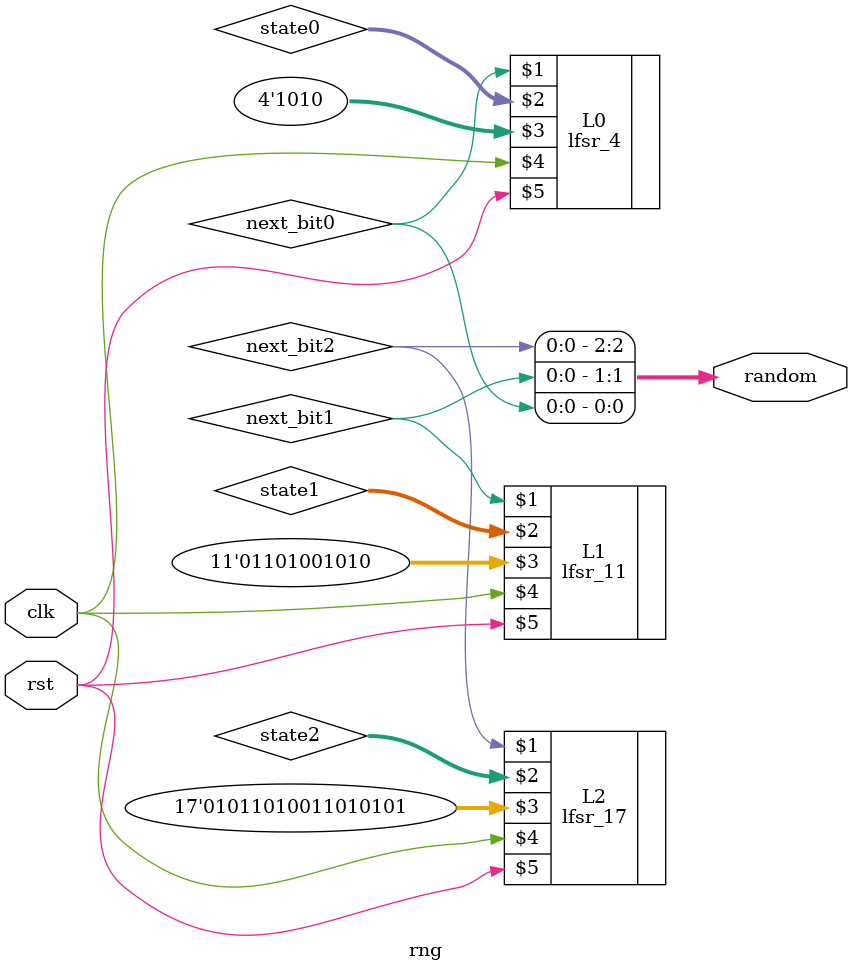
<source format=v>
module rng(random, clk, rst);
	// Output
	output [2:0] random;// 3-bit random number
	
	// Inputs
	input rst;		
	input clk;

	// Wires
	wire [3:0]  state0;
	wire [10:0] state1;
	wire [16:0] state2;
	wire			next_bit0, next_bit1, next_bit2;

	// Seed parameters
	parameter [3:0]  seed0 = 4'b1010;
	parameter [10:0] seed1 = 10'b1101001010;
	parameter [16:0] seed2 = 16'b1011010011010101;

	// Linear feedback shift registers
	lfsr_4  L0 (next_bit0, state0, seed0, clk, rst);
	lfsr_11 L1 (next_bit1, state1, seed1, clk, rst);
	lfsr_17  L2 (next_bit2, state2, seed2, clk, rst);

	// Random ouput bits
	assign random[0] = next_bit0;
	assign random[1] = next_bit1;
	assign random[2] = next_bit2;

endmodule

</source>
